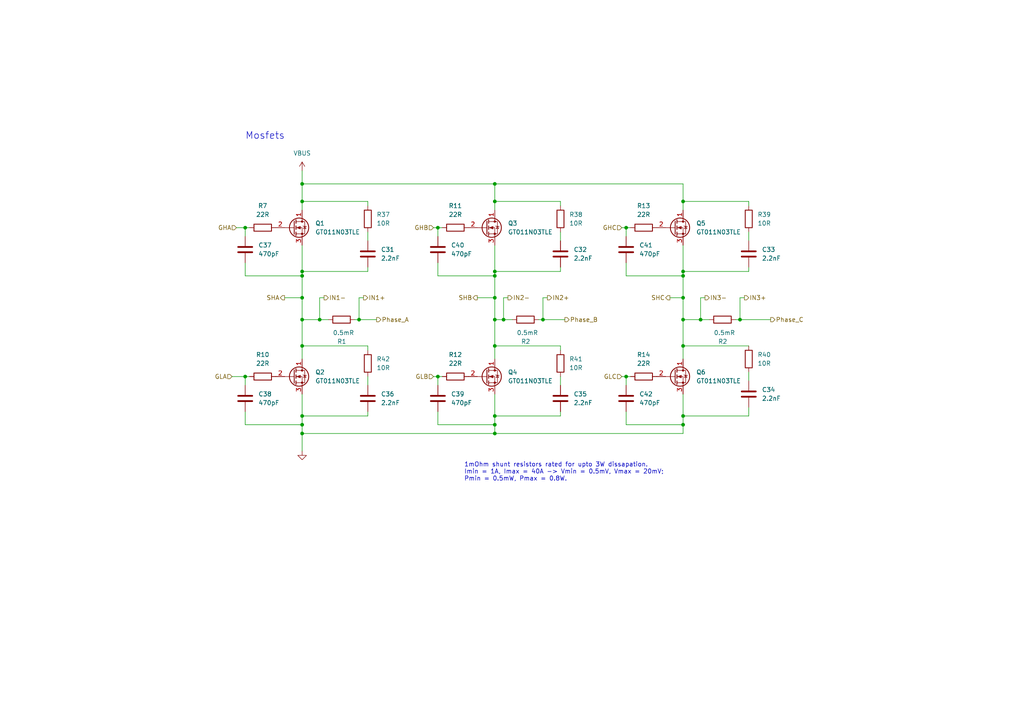
<source format=kicad_sch>
(kicad_sch (version 20230121) (generator eeschema)
  (paper "A4")
  (lib_symbols
    (symbol "Device:C" (pin_numbers hide) (pin_names (offset 0.254))
      (property "Reference" "C" (at 0.635 2.54 0))
      (property "Value" "C" (at 0.635 -2.54 0))
      (symbol "C_0_1"
        (polyline (pts (xy -2.032 -0.762) (xy 2.032 -0.762)) (stroke (width 0.508)))
        (polyline (pts (xy -2.032 0.762) (xy 2.032 0.762)) (stroke (width 0.508)))
      )
      (symbol "C_1_1"
        (pin passive line (at 0 3.81 270) (length 2.794) (name "~") (number "1"))
        (pin passive line (at 0 -3.81 90) (length 2.794) (name "~") (number "2"))
      )
    )
    (symbol "Device:Q_NMOS_DGS" (pin_names (offset 0) hide)
      (property "Reference" "Q" (at 5.08 1.27 0))
      (property "Value" "Q_NMOS_DGS" (at 5.08 -1.27 0))
      (symbol "Q_NMOS_DGS_0_1"
        (polyline (pts (xy 0.254 0) (xy -2.54 0)))
        (polyline (pts (xy 0.254 1.905) (xy 0.254 -1.905)) (stroke (width 0.254)))
        (polyline (pts (xy 0.762 -1.27) (xy 0.762 -2.286)) (stroke (width 0.254)))
        (polyline (pts (xy 0.762 0.508) (xy 0.762 -0.508)) (stroke (width 0.254)))
        (polyline (pts (xy 0.762 2.286) (xy 0.762 1.27)) (stroke (width 0.254)))
        (polyline (pts (xy 2.54 2.54) (xy 2.54 1.778)))
        (polyline (pts (xy 2.54 -2.54) (xy 2.54 0) (xy 0.762 0)))
        (polyline (pts (xy 0.762 -1.778) (xy 3.302 -1.778) (xy 3.302 1.778) (xy 0.762 1.778)))
        (polyline (pts (xy 1.016 0) (xy 2.032 0.381) (xy 2.032 -0.381) (xy 1.016 0)) (fill (type outline)))
        (polyline (pts (xy 2.794 0.508) (xy 2.921 0.381) (xy 3.683 0.381) (xy 3.81 0.254)))
        (polyline (pts (xy 3.302 0.381) (xy 2.921 -0.254) (xy 3.683 -0.254) (xy 3.302 0.381)))
        (circle (center 1.651 0) (radius 2.794) (stroke (width 0.254)))
        (circle (center 2.54 -1.778) (radius 0.254) (fill (type outline)))
        (circle (center 2.54 1.778) (radius 0.254) (fill (type outline)))
      )
      (symbol "Q_NMOS_DGS_1_1"
        (pin passive line (at 2.54 5.08 270) (length 2.54) (name "D") (number "1"))
        (pin input line (at -5.08 0 0) (length 2.54) (name "G") (number "2"))
        (pin passive line (at 2.54 -5.08 90) (length 2.54) (name "S") (number "3"))
      )
    )
    (symbol "Device:R" (pin_numbers hide) (pin_names (offset 0))
      (property "Reference" "R" (at 2.032 0 90))
      (property "Value" "R" (at 0 0 90))
      (symbol "R_0_1"
        (rectangle (start -1.016 -2.54) (end 1.016 2.54) (stroke (width 0.254)))
      )
      (symbol "R_1_1"
        (pin passive line (at 0 3.81 270) (length 1.27) (name "~") (number "1"))
        (pin passive line (at 0 -3.81 90) (length 1.27) (name "~") (number "2"))
      )
    )
    (symbol "power:GND" (power) (pin_names (offset 0))
      (property "Value" "GND" (at 0 -3.81 0))
      (symbol "GND_0_1"
        (polyline (pts (xy 0 0) (xy 0 -1.27) (xy 1.27 -1.27) (xy 0 -2.54) (xy -1.27 -1.27) (xy 0 -1.27)))
      )
      (symbol "GND_1_1"
        (pin power_in line (at 0 0 270) (length 0) hide (name "GND") (number "1"))
      )
    )
    (symbol "power:VBUS" (power) (pin_names (offset 0))
      (property "Value" "VBUS" (at 0 3.81 0))
      (symbol "VBUS_0_1"
        (polyline (pts (xy -0.762 1.27) (xy 0 2.54)))
        (polyline (pts (xy 0 0) (xy 0 2.54)))
        (polyline (pts (xy 0 2.54) (xy 0.762 1.27)))
      )
      (symbol "VBUS_1_1"
        (pin power_in line (at 0 0 90) (length 0) hide (name "VBUS") (number "1"))
      )
    )
  )
  (junction (at 143.51 120.65))
  (junction (at 157.48 92.71))
  (junction (at 198.12 120.65))
  (junction (at 198.12 86.36))
  (junction (at 87.63 92.71))
  (junction (at 143.51 78.74))
  (junction (at 143.51 53.34))
  (junction (at 104.14 92.71))
  (junction (at 87.63 123.19))
  (junction (at 143.51 58.42))
  (junction (at 87.63 80.01))
  (junction (at 143.51 100.33))
  (junction (at 87.63 53.34))
  (junction (at 203.2 92.71))
  (junction (at 87.63 125.73))
  (junction (at 198.12 123.19))
  (junction (at 127 66.04))
  (junction (at 143.51 80.01))
  (junction (at 198.12 80.01))
  (junction (at 198.12 92.71))
  (junction (at 143.51 123.19))
  (junction (at 87.63 58.42))
  (junction (at 143.51 92.71))
  (junction (at 127 109.22))
  (junction (at 146.05 92.71))
  (junction (at 181.61 66.04))
  (junction (at 87.63 78.74))
  (junction (at 198.12 100.33))
  (junction (at 71.12 66.04))
  (junction (at 214.63 92.71))
  (junction (at 143.51 86.36))
  (junction (at 198.12 58.42))
  (junction (at 198.12 78.74))
  (junction (at 181.61 109.22))
  (junction (at 143.51 125.73))
  (junction (at 87.63 86.36))
  (junction (at 71.12 109.22))
  (junction (at 87.63 100.33))
  (junction (at 87.63 120.65))
  (junction (at 92.71 92.71))
  (wire (pts (xy 127 109.22) (xy 128.27 109.22)))
  (wire (pts (xy 198.12 120.65) (xy 217.17 120.65)))
  (wire (pts (xy 198.12 92.71) (xy 203.2 92.71)))
  (wire (pts (xy 213.36 92.71) (xy 214.63 92.71)))
  (wire (pts (xy 87.63 78.74) (xy 106.68 78.74)))
  (wire (pts (xy 203.2 86.36) (xy 203.2 92.71)))
  (wire (pts (xy 180.34 66.04) (xy 181.61 66.04)))
  (wire (pts (xy 106.68 100.33) (xy 87.63 100.33)))
  (wire (pts (xy 71.12 68.58) (xy 71.12 66.04)))
  (wire (pts (xy 198.12 114.3) (xy 198.12 120.65)))
  (wire (pts (xy 143.51 123.19) (xy 143.51 125.73)))
  (wire (pts (xy 146.05 86.36) (xy 146.05 92.71)))
  (wire (pts (xy 162.56 58.42) (xy 143.51 58.42)))
  (wire (pts (xy 143.51 53.34) (xy 198.12 53.34)))
  (wire (pts (xy 214.63 92.71) (xy 223.52 92.71)))
  (wire (pts (xy 143.51 60.96) (xy 143.51 58.42)))
  (wire (pts (xy 87.63 49.53) (xy 87.63 53.34)))
  (wire (pts (xy 104.14 86.36) (xy 104.14 92.71)))
  (wire (pts (xy 127 66.04) (xy 128.27 66.04)))
  (wire (pts (xy 87.63 86.36) (xy 87.63 92.71)))
  (wire (pts (xy 87.63 53.34) (xy 143.51 53.34)))
  (wire (pts (xy 87.63 53.34) (xy 87.63 58.42)))
  (wire (pts (xy 217.17 100.33) (xy 198.12 100.33)))
  (wire (pts (xy 204.47 86.36) (xy 203.2 86.36)))
  (wire (pts (xy 198.12 71.12) (xy 198.12 78.74)))
  (wire (pts (xy 217.17 77.47) (xy 217.17 78.74)))
  (wire (pts (xy 143.51 100.33) (xy 143.51 104.14)))
  (wire (pts (xy 181.61 111.76) (xy 181.61 109.22)))
  (wire (pts (xy 106.68 58.42) (xy 87.63 58.42)))
  (wire (pts (xy 181.61 66.04) (xy 182.88 66.04)))
  (wire (pts (xy 143.51 125.73) (xy 198.12 125.73)))
  (wire (pts (xy 92.71 86.36) (xy 92.71 92.71)))
  (wire (pts (xy 198.12 60.96) (xy 198.12 58.42)))
  (wire (pts (xy 125.73 109.22) (xy 127 109.22)))
  (wire (pts (xy 181.61 68.58) (xy 181.61 66.04)))
  (wire (pts (xy 198.12 92.71) (xy 198.12 100.33)))
  (wire (pts (xy 127 123.19) (xy 143.51 123.19)))
  (wire (pts (xy 217.17 58.42) (xy 198.12 58.42)))
  (wire (pts (xy 217.17 58.42) (xy 217.17 59.69)))
  (wire (pts (xy 106.68 111.76) (xy 106.68 109.22)))
  (wire (pts (xy 87.63 125.73) (xy 87.63 130.81)))
  (wire (pts (xy 143.51 92.71) (xy 143.51 100.33)))
  (wire (pts (xy 162.56 119.38) (xy 162.56 120.65)))
  (wire (pts (xy 162.56 100.33) (xy 162.56 101.6)))
  (wire (pts (xy 198.12 80.01) (xy 198.12 86.36)))
  (wire (pts (xy 198.12 78.74) (xy 217.17 78.74)))
  (wire (pts (xy 87.63 80.01) (xy 87.63 86.36)))
  (wire (pts (xy 71.12 66.04) (xy 72.39 66.04)))
  (wire (pts (xy 181.61 109.22) (xy 182.88 109.22)))
  (wire (pts (xy 162.56 100.33) (xy 143.51 100.33)))
  (wire (pts (xy 162.56 77.47) (xy 162.56 78.74)))
  (wire (pts (xy 106.68 119.38) (xy 106.68 120.65)))
  (wire (pts (xy 87.63 58.42) (xy 87.63 60.96)))
  (wire (pts (xy 104.14 92.71) (xy 109.22 92.71)))
  (wire (pts (xy 217.17 118.11) (xy 217.17 120.65)))
  (wire (pts (xy 87.63 120.65) (xy 106.68 120.65)))
  (wire (pts (xy 181.61 80.01) (xy 198.12 80.01)))
  (wire (pts (xy 217.17 69.85) (xy 217.17 67.31)))
  (wire (pts (xy 215.9 86.36) (xy 214.63 86.36)))
  (wire (pts (xy 87.63 123.19) (xy 87.63 125.73)))
  (wire (pts (xy 92.71 92.71) (xy 95.25 92.71)))
  (wire (pts (xy 214.63 86.36) (xy 214.63 92.71)))
  (wire (pts (xy 87.63 100.33) (xy 87.63 104.14)))
  (wire (pts (xy 87.63 92.71) (xy 92.71 92.71)))
  (wire (pts (xy 147.32 86.36) (xy 146.05 86.36)))
  (wire (pts (xy 198.12 100.33) (xy 198.12 104.14)))
  (wire (pts (xy 217.17 110.49) (xy 217.17 107.95)))
  (wire (pts (xy 198.12 86.36) (xy 198.12 92.71)))
  (wire (pts (xy 143.51 114.3) (xy 143.51 120.65)))
  (wire (pts (xy 162.56 69.85) (xy 162.56 67.31)))
  (wire (pts (xy 143.51 78.74) (xy 143.51 80.01)))
  (wire (pts (xy 198.12 120.65) (xy 198.12 123.19)))
  (wire (pts (xy 102.87 92.71) (xy 104.14 92.71)))
  (wire (pts (xy 87.63 71.12) (xy 87.63 78.74)))
  (wire (pts (xy 156.21 92.71) (xy 157.48 92.71)))
  (wire (pts (xy 181.61 119.38) (xy 181.61 123.19)))
  (wire (pts (xy 143.51 58.42) (xy 143.51 53.34)))
  (wire (pts (xy 106.68 59.69) (xy 106.68 58.42)))
  (wire (pts (xy 71.12 123.19) (xy 87.63 123.19)))
  (wire (pts (xy 67.31 109.22) (xy 71.12 109.22)))
  (wire (pts (xy 158.75 86.36) (xy 157.48 86.36)))
  (wire (pts (xy 143.51 71.12) (xy 143.51 78.74)))
  (wire (pts (xy 143.51 78.74) (xy 162.56 78.74)))
  (wire (pts (xy 87.63 114.3) (xy 87.63 120.65)))
  (wire (pts (xy 106.68 78.74) (xy 106.68 77.47)))
  (wire (pts (xy 87.63 78.74) (xy 87.63 80.01)))
  (wire (pts (xy 105.41 86.36) (xy 104.14 86.36)))
  (wire (pts (xy 68.58 66.04) (xy 71.12 66.04)))
  (wire (pts (xy 71.12 111.76) (xy 71.12 109.22)))
  (wire (pts (xy 157.48 92.71) (xy 163.83 92.71)))
  (wire (pts (xy 71.12 109.22) (xy 72.39 109.22)))
  (wire (pts (xy 194.31 86.36) (xy 198.12 86.36)))
  (wire (pts (xy 143.51 120.65) (xy 143.51 123.19)))
  (wire (pts (xy 127 68.58) (xy 127 66.04)))
  (wire (pts (xy 127 80.01) (xy 143.51 80.01)))
  (wire (pts (xy 127 76.2) (xy 127 80.01)))
  (wire (pts (xy 138.43 86.36) (xy 143.51 86.36)))
  (wire (pts (xy 125.73 66.04) (xy 127 66.04)))
  (wire (pts (xy 106.68 69.85) (xy 106.68 67.31)))
  (wire (pts (xy 198.12 58.42) (xy 198.12 53.34)))
  (wire (pts (xy 82.55 86.36) (xy 87.63 86.36)))
  (wire (pts (xy 198.12 123.19) (xy 198.12 125.73)))
  (wire (pts (xy 143.51 80.01) (xy 143.51 86.36)))
  (wire (pts (xy 71.12 80.01) (xy 87.63 80.01)))
  (wire (pts (xy 87.63 125.73) (xy 143.51 125.73)))
  (wire (pts (xy 106.68 100.33) (xy 106.68 101.6)))
  (wire (pts (xy 198.12 78.74) (xy 198.12 80.01)))
  (wire (pts (xy 87.63 120.65) (xy 87.63 123.19)))
  (wire (pts (xy 127 111.76) (xy 127 109.22)))
  (wire (pts (xy 127 119.38) (xy 127 123.19)))
  (wire (pts (xy 157.48 86.36) (xy 157.48 92.71)))
  (wire (pts (xy 87.63 92.71) (xy 87.63 100.33)))
  (wire (pts (xy 71.12 76.2) (xy 71.12 80.01)))
  (wire (pts (xy 143.51 92.71) (xy 146.05 92.71)))
  (wire (pts (xy 143.51 86.36) (xy 143.51 92.71)))
  (wire (pts (xy 93.98 86.36) (xy 92.71 86.36)))
  (wire (pts (xy 180.34 109.22) (xy 181.61 109.22)))
  (wire (pts (xy 181.61 76.2) (xy 181.61 80.01)))
  (wire (pts (xy 146.05 92.71) (xy 148.59 92.71)))
  (wire (pts (xy 203.2 92.71) (xy 205.74 92.71)))
  (wire (pts (xy 162.56 58.42) (xy 162.56 59.69)))
  (wire (pts (xy 143.51 120.65) (xy 162.56 120.65)))
  (wire (pts (xy 71.12 119.38) (xy 71.12 123.19)))
  (wire (pts (xy 162.56 111.76) (xy 162.56 109.22)))
  (wire (pts (xy 181.61 123.19) (xy 198.12 123.19)))
  (text "Mosfets\n" (at 71.12 40.64 0) (effects (font (size 2 2)) (justify left bottom)))
  (text "1mOhm shunt resistors rated for upto 3W dissapation. \nImin = 1A, Imax = 40A -> Vmin = 0.5mV, Vmax = 20mV;\nPmin = 0.5mW, Pmax = 0.8W. " (at 134.62 139.7 0) (effects (font (size 1.27 1.27)) (justify left bottom)))
  (hierarchical_label "Phase_C" (shape output) (at 223.52 92.71 0))
  (hierarchical_label "GLB" (shape input) (at 125.73 109.22 180))
  (hierarchical_label "SHB" (shape output) (at 138.43 86.36 180))
  (hierarchical_label "GHC" (shape input) (at 180.34 66.04 180))
  (hierarchical_label "GLA" (shape input) (at 67.31 109.22 180))
  (hierarchical_label "GLC" (shape input) (at 180.34 109.22 180))
  (hierarchical_label "IN3+" (shape output) (at 215.9 86.36 0))
  (hierarchical_label "SHC" (shape output) (at 194.31 86.36 180))
  (hierarchical_label "IN3-" (shape output) (at 204.47 86.36 0))
  (hierarchical_label "GHA" (shape input) (at 68.58 66.04 180))
  (hierarchical_label "IN2+" (shape output) (at 158.75 86.36 0))
  (hierarchical_label "IN1-" (shape output) (at 93.98 86.36 0))
  (hierarchical_label "SHA" (shape output) (at 82.55 86.36 180))
  (hierarchical_label "IN1+" (shape output) (at 105.41 86.36 0))
  (hierarchical_label "IN2-" (shape output) (at 147.32 86.36 0))
  (hierarchical_label "GHB" (shape input) (at 125.73 66.04 180))
  (hierarchical_label "Phase_A" (shape output) (at 109.22 92.71 0))
  (hierarchical_label "Phase_B" (shape output) (at 163.83 92.71 0))
  (symbol (lib_id "Device:R") (at 132.08 66.04 90) (unit 1)
    (property "Reference" "R11" (at 132.08 59.69 90))
    (property "Value" "22R" (at 132.08 62.23 90))
  )
  (symbol (lib_id "Device:R") (at 217.17 104.14 180) (unit 1)
    (property "Reference" "R40" (at 219.71 102.87 0) (effects (justify right)))
    (property "Value" "10R" (at 219.71 105.41 0) (effects (justify right)))
  )
  (symbol (lib_id "Device:R") (at 152.4 92.71 270) (unit 1)
    (property "Reference" "R2" (at 151.13 99.06 90) (effects (justify left)))
    (property "Value" "0.5mR" (at 149.86 96.52 90) (effects (justify left)))
    (instances (project "BLDC_ESC" (path "" (reference "R2") (unit 1)) (path "" (reference "R43") (unit 1))))
  )
  (symbol (lib_id "Device:C") (at 106.68 73.66 0) (unit 1)
    (property "Reference" "C31" (at 110.49 72.39 0) (effects (justify left)))
    (property "Value" "2.2nF" (at 110.49 74.93 0) (effects (justify left)))
  )
  (symbol (lib_id "Device:C") (at 217.17 73.66 0) (unit 1)
    (property "Reference" "C33" (at 220.98 72.39 0) (effects (justify left)))
    (property "Value" "2.2nF" (at 220.98 74.93 0) (effects (justify left)))
  )
  (symbol (lib_id "Device:C") (at 181.61 115.57 0) (unit 1)
    (property "Reference" "C42" (at 185.42 114.3 0) (effects (justify left)))
    (property "Value" "470pF" (at 185.42 116.84 0) (effects (justify left)))
  )
  (symbol (lib_id "Device:Q_NMOS_DGS") (at 195.58 109.22 0) (unit 1)
    (property "Reference" "Q6" (at 201.93 107.95 0) (effects (justify left)))
    (property "Value" "GT011N03TLE" (at 201.93 110.49 0) (effects (justify left)))
  )
  (symbol (lib_id "Device:R") (at 186.69 109.22 90) (unit 1)
    (property "Reference" "R14" (at 186.69 102.87 90))
    (property "Value" "22R" (at 186.69 105.41 90))
  )
  (symbol (lib_id "Device:C") (at 71.12 115.57 0) (unit 1)
    (property "Reference" "C38" (at 74.93 114.3 0) (effects (justify left)))
    (property "Value" "470pF" (at 74.93 116.84 0) (effects (justify left)))
  )
  (symbol (lib_id "Device:C") (at 71.12 72.39 0) (unit 1)
    (property "Reference" "C37" (at 74.93 71.12 0) (effects (justify left)))
    (property "Value" "470pF" (at 74.93 73.66 0) (effects (justify left)))
  )
  (symbol (lib_id "Device:C") (at 127 72.39 0) (unit 1)
    (property "Reference" "C40" (at 130.81 71.12 0) (effects (justify left)))
    (property "Value" "470pF" (at 130.81 73.66 0) (effects (justify left)))
  )
  (symbol (lib_id "Device:R") (at 209.55 92.71 270) (unit 1)
    (property "Reference" "R2" (at 208.28 99.06 90) (effects (justify left)))
    (property "Value" "0.5mR" (at 207.01 96.52 90) (effects (justify left)))
  )
  (symbol (lib_id "Device:R") (at 162.56 105.41 180) (unit 1)
    (property "Reference" "R41" (at 165.1 104.14 0) (effects (justify right)))
    (property "Value" "10R" (at 165.1 106.68 0) (effects (justify right)))
  )
  (symbol (lib_id "Device:C") (at 162.56 115.57 0) (unit 1)
    (property "Reference" "C35" (at 166.37 114.3 0) (effects (justify left)))
    (property "Value" "2.2nF" (at 166.37 116.84 0) (effects (justify left)))
  )
  (symbol (lib_id "Device:R") (at 132.08 109.22 90) (unit 1)
    (property "Reference" "R12" (at 132.08 102.87 90))
    (property "Value" "22R" (at 132.08 105.41 90))
  )
  (symbol (lib_id "Device:R") (at 186.69 66.04 90) (unit 1)
    (property "Reference" "R13" (at 186.69 59.69 90))
    (property "Value" "22R" (at 186.69 62.23 90))
  )
  (symbol (lib_id "Device:R") (at 217.17 63.5 180) (unit 1)
    (property "Reference" "R39" (at 219.71 62.23 0) (effects (justify right)))
    (property "Value" "10R" (at 219.71 64.77 0) (effects (justify right)))
  )
  (symbol (lib_id "Device:C") (at 162.56 73.66 0) (unit 1)
    (property "Reference" "C32" (at 166.37 72.39 0) (effects (justify left)))
    (property "Value" "2.2nF" (at 166.37 74.93 0) (effects (justify left)))
  )
  (symbol (lib_id "Device:C") (at 217.17 114.3 0) (unit 1)
    (property "Reference" "C34" (at 220.98 113.03 0) (effects (justify left)))
    (property "Value" "2.2nF" (at 220.98 115.57 0) (effects (justify left)))
  )
  (symbol (lib_id "Device:Q_NMOS_DGS") (at 195.58 66.04 0) (unit 1)
    (property "Reference" "Q5" (at 201.93 64.77 0) (effects (justify left)))
    (property "Value" "GT011N03TLE" (at 201.93 67.31 0) (effects (justify left)))
  )
  (symbol (lib_id "Device:Q_NMOS_DGS") (at 140.97 66.04 0) (unit 1)
    (property "Reference" "Q3" (at 147.32 64.77 0) (effects (justify left)))
    (property "Value" "GT011N03TLE" (at 147.32 67.31 0) (effects (justify left)))
  )
  (symbol (lib_id "Device:C") (at 181.61 72.39 0) (unit 1)
    (property "Reference" "C41" (at 185.42 71.12 0) (effects (justify left)))
    (property "Value" "470pF" (at 185.42 73.66 0) (effects (justify left)))
  )
  (symbol (lib_id "Device:Q_NMOS_DGS") (at 85.09 66.04 0) (unit 1)
    (property "Reference" "Q1" (at 91.44 64.77 0) (effects (justify left)))
    (property "Value" "GT011N03TLE" (at 91.44 67.31 0) (effects (justify left)))
  )
  (symbol (lib_id "power:VBUS") (at 87.63 49.53 0) (unit 1)
    (property "Reference" "#PWR0125" (effects hide))
    (property "Value" "VBUS" (at 87.63 44.45 0))
    (instances (project "power" (path "" (reference "#PWR0125") (unit 1))) (project "Power" (path "" (reference "#PWR03") (unit 1))) (project "actuation" (path "" (reference "#PWR0125") (unit 1))) (project "Flight_Board" (path "" (reference "#PWR0125") (unit 1))) (project "BLDC_ESC" (path "" (reference "#PWR034") (unit 1)) (path "" (reference "#PWR01") (unit 1))))
  )
  (symbol (lib_id "Device:R") (at 162.56 63.5 180) (unit 1)
    (property "Reference" "R38" (at 165.1 62.23 0) (effects (justify right)))
    (property "Value" "10R" (at 165.1 64.77 0) (effects (justify right)))
  )
  (symbol (lib_id "power:GND") (at 87.63 130.81 0) (unit 1)
    (property "Reference" "#PWR02" (effects hide))
    (property "Value" "GND" (effects hide))
  )
  (symbol (lib_id "Device:C") (at 127 115.57 0) (unit 1)
    (property "Reference" "C39" (at 130.81 114.3 0) (effects (justify left)))
    (property "Value" "470pF" (at 130.81 116.84 0) (effects (justify left)))
  )
  (symbol (lib_id "Device:Q_NMOS_DGS") (at 140.97 109.22 0) (unit 1)
    (property "Reference" "Q4" (at 147.32 107.95 0) (effects (justify left)))
    (property "Value" "GT011N03TLE" (at 147.32 110.49 0) (effects (justify left)))
  )
  (symbol (lib_id "Device:R") (at 76.2 66.04 90) (unit 1)
    (property "Reference" "R7" (at 76.2 59.69 90))
    (property "Value" "22R" (at 76.2 62.23 90))
  )
  (symbol (lib_id "Device:R") (at 76.2 109.22 90) (unit 1)
    (property "Reference" "R10" (at 76.2 102.87 90))
    (property "Value" "22R" (at 76.2 105.41 90))
  )
  (symbol (lib_id "Device:C") (at 106.68 115.57 0) (unit 1)
    (property "Reference" "C36" (at 110.49 114.3 0) (effects (justify left)))
    (property "Value" "2.2nF" (at 110.49 116.84 0) (effects (justify left)))
  )
  (symbol (lib_id "Device:Q_NMOS_DGS") (at 85.09 109.22 0) (unit 1)
    (property "Reference" "Q2" (at 91.44 107.95 0) (effects (justify left)))
    (property "Value" "GT011N03TLE" (at 91.44 110.49 0) (effects (justify left)))
  )
  (symbol (lib_id "Device:R") (at 99.06 92.71 270) (unit 1)
    (property "Reference" "R1" (at 97.79 99.06 90) (effects (justify left)))
    (property "Value" "0.5mR" (at 96.52 96.52 90) (effects (justify left)))
  )
  (symbol (lib_id "Device:R") (at 106.68 63.5 180) (unit 1)
    (property "Reference" "R37" (at 109.22 62.23 0) (effects (justify right)))
    (property "Value" "10R" (at 109.22 64.77 0) (effects (justify right)))
  )
  (symbol (lib_id "Device:R") (at 106.68 105.41 180) (unit 1)
    (property "Reference" "R42" (at 109.22 104.14 0) (effects (justify right)))
    (property "Value" "10R" (at 109.22 106.68 0) (effects (justify right)))
  )
)
</source>
